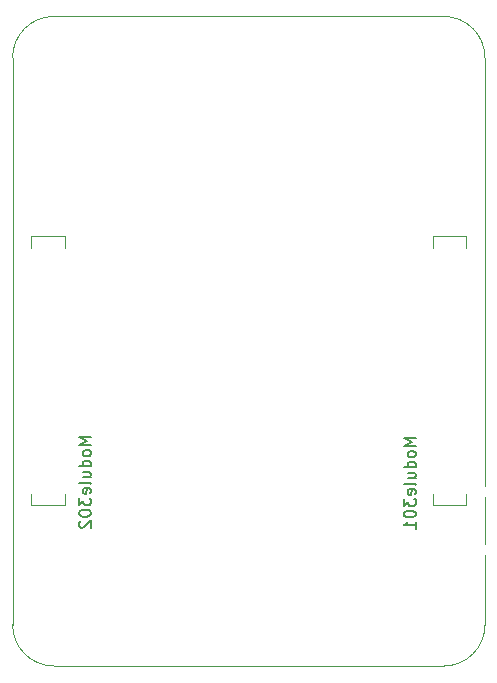
<source format=gbr>
%TF.GenerationSoftware,KiCad,Pcbnew,8.0.7*%
%TF.CreationDate,2024-12-14T14:48:29+01:00*%
%TF.ProjectId,CM5_CB,434d355f-4342-42e6-9b69-6361645f7063,rev?*%
%TF.SameCoordinates,Original*%
%TF.FileFunction,Legend,Bot*%
%TF.FilePolarity,Positive*%
%FSLAX46Y46*%
G04 Gerber Fmt 4.6, Leading zero omitted, Abs format (unit mm)*
G04 Created by KiCad (PCBNEW 8.0.7) date 2024-12-14 14:48:29*
%MOMM*%
%LPD*%
G01*
G04 APERTURE LIST*
%ADD10C,0.150000*%
%ADD11C,0.120000*%
%ADD12C,6.100000*%
%ADD13R,0.700000X0.200000*%
%ADD14C,0.800000*%
%ADD15C,0.650000*%
%ADD16O,2.100000X1.000000*%
%ADD17O,1.800000X1.000000*%
%ADD18O,1.500000X2.300000*%
%ADD19O,1.500000X3.300000*%
%ADD20C,1.400000*%
G04 APERTURE END LIST*
D10*
X97374819Y-61730476D02*
X96374819Y-61730476D01*
X96374819Y-61730476D02*
X97089104Y-62063809D01*
X97089104Y-62063809D02*
X96374819Y-62397142D01*
X96374819Y-62397142D02*
X97374819Y-62397142D01*
X97374819Y-63016190D02*
X97327200Y-62920952D01*
X97327200Y-62920952D02*
X97279580Y-62873333D01*
X97279580Y-62873333D02*
X97184342Y-62825714D01*
X97184342Y-62825714D02*
X96898628Y-62825714D01*
X96898628Y-62825714D02*
X96803390Y-62873333D01*
X96803390Y-62873333D02*
X96755771Y-62920952D01*
X96755771Y-62920952D02*
X96708152Y-63016190D01*
X96708152Y-63016190D02*
X96708152Y-63159047D01*
X96708152Y-63159047D02*
X96755771Y-63254285D01*
X96755771Y-63254285D02*
X96803390Y-63301904D01*
X96803390Y-63301904D02*
X96898628Y-63349523D01*
X96898628Y-63349523D02*
X97184342Y-63349523D01*
X97184342Y-63349523D02*
X97279580Y-63301904D01*
X97279580Y-63301904D02*
X97327200Y-63254285D01*
X97327200Y-63254285D02*
X97374819Y-63159047D01*
X97374819Y-63159047D02*
X97374819Y-63016190D01*
X97374819Y-64206666D02*
X96374819Y-64206666D01*
X97327200Y-64206666D02*
X97374819Y-64111428D01*
X97374819Y-64111428D02*
X97374819Y-63920952D01*
X97374819Y-63920952D02*
X97327200Y-63825714D01*
X97327200Y-63825714D02*
X97279580Y-63778095D01*
X97279580Y-63778095D02*
X97184342Y-63730476D01*
X97184342Y-63730476D02*
X96898628Y-63730476D01*
X96898628Y-63730476D02*
X96803390Y-63778095D01*
X96803390Y-63778095D02*
X96755771Y-63825714D01*
X96755771Y-63825714D02*
X96708152Y-63920952D01*
X96708152Y-63920952D02*
X96708152Y-64111428D01*
X96708152Y-64111428D02*
X96755771Y-64206666D01*
X96708152Y-65111428D02*
X97374819Y-65111428D01*
X96708152Y-64682857D02*
X97231961Y-64682857D01*
X97231961Y-64682857D02*
X97327200Y-64730476D01*
X97327200Y-64730476D02*
X97374819Y-64825714D01*
X97374819Y-64825714D02*
X97374819Y-64968571D01*
X97374819Y-64968571D02*
X97327200Y-65063809D01*
X97327200Y-65063809D02*
X97279580Y-65111428D01*
X97374819Y-65730476D02*
X97327200Y-65635238D01*
X97327200Y-65635238D02*
X97231961Y-65587619D01*
X97231961Y-65587619D02*
X96374819Y-65587619D01*
X97327200Y-66492381D02*
X97374819Y-66397143D01*
X97374819Y-66397143D02*
X97374819Y-66206667D01*
X97374819Y-66206667D02*
X97327200Y-66111429D01*
X97327200Y-66111429D02*
X97231961Y-66063810D01*
X97231961Y-66063810D02*
X96851009Y-66063810D01*
X96851009Y-66063810D02*
X96755771Y-66111429D01*
X96755771Y-66111429D02*
X96708152Y-66206667D01*
X96708152Y-66206667D02*
X96708152Y-66397143D01*
X96708152Y-66397143D02*
X96755771Y-66492381D01*
X96755771Y-66492381D02*
X96851009Y-66540000D01*
X96851009Y-66540000D02*
X96946247Y-66540000D01*
X96946247Y-66540000D02*
X97041485Y-66063810D01*
X96374819Y-66873334D02*
X96374819Y-67492381D01*
X96374819Y-67492381D02*
X96755771Y-67159048D01*
X96755771Y-67159048D02*
X96755771Y-67301905D01*
X96755771Y-67301905D02*
X96803390Y-67397143D01*
X96803390Y-67397143D02*
X96851009Y-67444762D01*
X96851009Y-67444762D02*
X96946247Y-67492381D01*
X96946247Y-67492381D02*
X97184342Y-67492381D01*
X97184342Y-67492381D02*
X97279580Y-67444762D01*
X97279580Y-67444762D02*
X97327200Y-67397143D01*
X97327200Y-67397143D02*
X97374819Y-67301905D01*
X97374819Y-67301905D02*
X97374819Y-67016191D01*
X97374819Y-67016191D02*
X97327200Y-66920953D01*
X97327200Y-66920953D02*
X97279580Y-66873334D01*
X96374819Y-68111429D02*
X96374819Y-68206667D01*
X96374819Y-68206667D02*
X96422438Y-68301905D01*
X96422438Y-68301905D02*
X96470057Y-68349524D01*
X96470057Y-68349524D02*
X96565295Y-68397143D01*
X96565295Y-68397143D02*
X96755771Y-68444762D01*
X96755771Y-68444762D02*
X96993866Y-68444762D01*
X96993866Y-68444762D02*
X97184342Y-68397143D01*
X97184342Y-68397143D02*
X97279580Y-68349524D01*
X97279580Y-68349524D02*
X97327200Y-68301905D01*
X97327200Y-68301905D02*
X97374819Y-68206667D01*
X97374819Y-68206667D02*
X97374819Y-68111429D01*
X97374819Y-68111429D02*
X97327200Y-68016191D01*
X97327200Y-68016191D02*
X97279580Y-67968572D01*
X97279580Y-67968572D02*
X97184342Y-67920953D01*
X97184342Y-67920953D02*
X96993866Y-67873334D01*
X96993866Y-67873334D02*
X96755771Y-67873334D01*
X96755771Y-67873334D02*
X96565295Y-67920953D01*
X96565295Y-67920953D02*
X96470057Y-67968572D01*
X96470057Y-67968572D02*
X96422438Y-68016191D01*
X96422438Y-68016191D02*
X96374819Y-68111429D01*
X96470057Y-68825715D02*
X96422438Y-68873334D01*
X96422438Y-68873334D02*
X96374819Y-68968572D01*
X96374819Y-68968572D02*
X96374819Y-69206667D01*
X96374819Y-69206667D02*
X96422438Y-69301905D01*
X96422438Y-69301905D02*
X96470057Y-69349524D01*
X96470057Y-69349524D02*
X96565295Y-69397143D01*
X96565295Y-69397143D02*
X96660533Y-69397143D01*
X96660533Y-69397143D02*
X96803390Y-69349524D01*
X96803390Y-69349524D02*
X97374819Y-68778096D01*
X97374819Y-68778096D02*
X97374819Y-69397143D01*
X124874819Y-61800476D02*
X123874819Y-61800476D01*
X123874819Y-61800476D02*
X124589104Y-62133809D01*
X124589104Y-62133809D02*
X123874819Y-62467142D01*
X123874819Y-62467142D02*
X124874819Y-62467142D01*
X124874819Y-63086190D02*
X124827200Y-62990952D01*
X124827200Y-62990952D02*
X124779580Y-62943333D01*
X124779580Y-62943333D02*
X124684342Y-62895714D01*
X124684342Y-62895714D02*
X124398628Y-62895714D01*
X124398628Y-62895714D02*
X124303390Y-62943333D01*
X124303390Y-62943333D02*
X124255771Y-62990952D01*
X124255771Y-62990952D02*
X124208152Y-63086190D01*
X124208152Y-63086190D02*
X124208152Y-63229047D01*
X124208152Y-63229047D02*
X124255771Y-63324285D01*
X124255771Y-63324285D02*
X124303390Y-63371904D01*
X124303390Y-63371904D02*
X124398628Y-63419523D01*
X124398628Y-63419523D02*
X124684342Y-63419523D01*
X124684342Y-63419523D02*
X124779580Y-63371904D01*
X124779580Y-63371904D02*
X124827200Y-63324285D01*
X124827200Y-63324285D02*
X124874819Y-63229047D01*
X124874819Y-63229047D02*
X124874819Y-63086190D01*
X124874819Y-64276666D02*
X123874819Y-64276666D01*
X124827200Y-64276666D02*
X124874819Y-64181428D01*
X124874819Y-64181428D02*
X124874819Y-63990952D01*
X124874819Y-63990952D02*
X124827200Y-63895714D01*
X124827200Y-63895714D02*
X124779580Y-63848095D01*
X124779580Y-63848095D02*
X124684342Y-63800476D01*
X124684342Y-63800476D02*
X124398628Y-63800476D01*
X124398628Y-63800476D02*
X124303390Y-63848095D01*
X124303390Y-63848095D02*
X124255771Y-63895714D01*
X124255771Y-63895714D02*
X124208152Y-63990952D01*
X124208152Y-63990952D02*
X124208152Y-64181428D01*
X124208152Y-64181428D02*
X124255771Y-64276666D01*
X124208152Y-65181428D02*
X124874819Y-65181428D01*
X124208152Y-64752857D02*
X124731961Y-64752857D01*
X124731961Y-64752857D02*
X124827200Y-64800476D01*
X124827200Y-64800476D02*
X124874819Y-64895714D01*
X124874819Y-64895714D02*
X124874819Y-65038571D01*
X124874819Y-65038571D02*
X124827200Y-65133809D01*
X124827200Y-65133809D02*
X124779580Y-65181428D01*
X124874819Y-65800476D02*
X124827200Y-65705238D01*
X124827200Y-65705238D02*
X124731961Y-65657619D01*
X124731961Y-65657619D02*
X123874819Y-65657619D01*
X124827200Y-66562381D02*
X124874819Y-66467143D01*
X124874819Y-66467143D02*
X124874819Y-66276667D01*
X124874819Y-66276667D02*
X124827200Y-66181429D01*
X124827200Y-66181429D02*
X124731961Y-66133810D01*
X124731961Y-66133810D02*
X124351009Y-66133810D01*
X124351009Y-66133810D02*
X124255771Y-66181429D01*
X124255771Y-66181429D02*
X124208152Y-66276667D01*
X124208152Y-66276667D02*
X124208152Y-66467143D01*
X124208152Y-66467143D02*
X124255771Y-66562381D01*
X124255771Y-66562381D02*
X124351009Y-66610000D01*
X124351009Y-66610000D02*
X124446247Y-66610000D01*
X124446247Y-66610000D02*
X124541485Y-66133810D01*
X123874819Y-66943334D02*
X123874819Y-67562381D01*
X123874819Y-67562381D02*
X124255771Y-67229048D01*
X124255771Y-67229048D02*
X124255771Y-67371905D01*
X124255771Y-67371905D02*
X124303390Y-67467143D01*
X124303390Y-67467143D02*
X124351009Y-67514762D01*
X124351009Y-67514762D02*
X124446247Y-67562381D01*
X124446247Y-67562381D02*
X124684342Y-67562381D01*
X124684342Y-67562381D02*
X124779580Y-67514762D01*
X124779580Y-67514762D02*
X124827200Y-67467143D01*
X124827200Y-67467143D02*
X124874819Y-67371905D01*
X124874819Y-67371905D02*
X124874819Y-67086191D01*
X124874819Y-67086191D02*
X124827200Y-66990953D01*
X124827200Y-66990953D02*
X124779580Y-66943334D01*
X123874819Y-68181429D02*
X123874819Y-68276667D01*
X123874819Y-68276667D02*
X123922438Y-68371905D01*
X123922438Y-68371905D02*
X123970057Y-68419524D01*
X123970057Y-68419524D02*
X124065295Y-68467143D01*
X124065295Y-68467143D02*
X124255771Y-68514762D01*
X124255771Y-68514762D02*
X124493866Y-68514762D01*
X124493866Y-68514762D02*
X124684342Y-68467143D01*
X124684342Y-68467143D02*
X124779580Y-68419524D01*
X124779580Y-68419524D02*
X124827200Y-68371905D01*
X124827200Y-68371905D02*
X124874819Y-68276667D01*
X124874819Y-68276667D02*
X124874819Y-68181429D01*
X124874819Y-68181429D02*
X124827200Y-68086191D01*
X124827200Y-68086191D02*
X124779580Y-68038572D01*
X124779580Y-68038572D02*
X124684342Y-67990953D01*
X124684342Y-67990953D02*
X124493866Y-67943334D01*
X124493866Y-67943334D02*
X124255771Y-67943334D01*
X124255771Y-67943334D02*
X124065295Y-67990953D01*
X124065295Y-67990953D02*
X123970057Y-68038572D01*
X123970057Y-68038572D02*
X123922438Y-68086191D01*
X123922438Y-68086191D02*
X123874819Y-68181429D01*
X124874819Y-69467143D02*
X124874819Y-68895715D01*
X124874819Y-69181429D02*
X123874819Y-69181429D01*
X123874819Y-69181429D02*
X124017676Y-69086191D01*
X124017676Y-69086191D02*
X124112914Y-68990953D01*
X124112914Y-68990953D02*
X124160533Y-68895715D01*
D11*
%TO.C,Module302*%
X130750000Y-77600000D02*
X130750000Y-29600000D01*
X94250000Y-81100000D02*
X127250000Y-81100000D01*
X95190000Y-45700000D02*
X95190000Y-44700000D01*
X92310000Y-44700000D02*
X95190000Y-44700000D01*
X95190000Y-66500000D02*
X95190000Y-67500000D01*
X92310000Y-67500000D02*
X95190000Y-67500000D01*
X127250000Y-26100000D02*
X94250000Y-26100000D01*
X92310000Y-45700000D02*
X92310000Y-44700000D01*
X92310000Y-66500000D02*
X92310000Y-67500000D01*
X90750000Y-29600000D02*
X90750000Y-77600000D01*
X127250000Y-26100000D02*
G75*
G02*
X130750000Y-29600000I1J-3499999D01*
G01*
X130750000Y-77600000D02*
G75*
G02*
X127250000Y-81100000I-3499999J-1D01*
G01*
X90750000Y-29600000D02*
G75*
G02*
X94250000Y-26100000I3500000J0D01*
G01*
X94250000Y-81100000D02*
G75*
G02*
X90750000Y-77600000I0J3500000D01*
G01*
%TO.C,Module301*%
X94250000Y-81100000D02*
G75*
G02*
X90750000Y-77600000I0J3500000D01*
G01*
X90750000Y-29600000D02*
G75*
G02*
X94250000Y-26100000I3500000J0D01*
G01*
X130750000Y-77600000D02*
G75*
G02*
X127250000Y-81100000I-3499999J-1D01*
G01*
X127250000Y-26100000D02*
G75*
G02*
X130750000Y-29600000I1J-3499999D01*
G01*
X90750000Y-29600000D02*
X90750000Y-77600000D01*
X127250000Y-26100000D02*
X94250000Y-26100000D01*
X126310000Y-66500000D02*
X126310000Y-67500000D01*
X126310000Y-45700000D02*
X126310000Y-44700000D01*
X94250000Y-81100000D02*
X127250000Y-81100000D01*
X126310000Y-67500000D02*
X129110000Y-67500000D01*
X129110000Y-66500000D02*
X129110000Y-67500000D01*
X126310000Y-44700000D02*
X129110000Y-44700000D01*
X129110000Y-45700000D02*
X129110000Y-44700000D01*
X130750000Y-77600000D02*
X130750000Y-29600000D01*
%TD*%
%LPC*%
D12*
%TO.C,Module302*%
X127250000Y-29600000D03*
X127250000Y-77600000D03*
D13*
X95290000Y-46300000D03*
X92210000Y-46300000D03*
X95290000Y-46700000D03*
X92210000Y-46700000D03*
X95290000Y-47100000D03*
X92210000Y-47100000D03*
X95290000Y-47500000D03*
X92210000Y-47500000D03*
X95290000Y-47900000D03*
X92210000Y-47900000D03*
X95290000Y-48300000D03*
X92210000Y-48300000D03*
X95290000Y-48700000D03*
X92210000Y-48700000D03*
X95290000Y-49100000D03*
X92210000Y-49100000D03*
X95290000Y-49500000D03*
X92210000Y-49500000D03*
X95290000Y-49900000D03*
X92210000Y-49900000D03*
X95290000Y-50300000D03*
X92210000Y-50300000D03*
X95290000Y-50700000D03*
X92210000Y-50700000D03*
X95290000Y-51100000D03*
X92210000Y-51100000D03*
X95290000Y-51500000D03*
X92210000Y-51500000D03*
X95290000Y-51900000D03*
X92210000Y-51900000D03*
X95290000Y-52300000D03*
X92210000Y-52300000D03*
X95290000Y-52700000D03*
X92210000Y-52700000D03*
X95290000Y-53100000D03*
X92210000Y-53100000D03*
X95290000Y-53500000D03*
X92210000Y-53500000D03*
X95290000Y-53900000D03*
X92210000Y-53900000D03*
X95290000Y-54300000D03*
X92210000Y-54300000D03*
X95290000Y-54700000D03*
X92210000Y-54700000D03*
X95290000Y-55100000D03*
X92210000Y-55100000D03*
X95290000Y-55500000D03*
X92210000Y-55500000D03*
X95290000Y-55900000D03*
X92210000Y-55900000D03*
X95290000Y-56300000D03*
X92210000Y-56300000D03*
X95290000Y-56700000D03*
X92210000Y-56700000D03*
X95290000Y-57100000D03*
X92210000Y-57100000D03*
X95290000Y-57500000D03*
X92210000Y-57500000D03*
X95290000Y-57900000D03*
X92210000Y-57900000D03*
X95290000Y-58300000D03*
X92210000Y-58300000D03*
X95290000Y-58700000D03*
X92210000Y-58700000D03*
X95290000Y-59100000D03*
X92210000Y-59100000D03*
X95290000Y-59500000D03*
X92210000Y-59500000D03*
X95290000Y-59900000D03*
X92210000Y-59900000D03*
X95290000Y-60300000D03*
X92210000Y-60300000D03*
X95290000Y-60700000D03*
X92210000Y-60700000D03*
X95290000Y-61100000D03*
X92210000Y-61100000D03*
X95290000Y-61500000D03*
X92210000Y-61500000D03*
X95290000Y-61900000D03*
X92210000Y-61900000D03*
X95290000Y-62300000D03*
X92210000Y-62300000D03*
X95290000Y-62700000D03*
X92210000Y-62700000D03*
X95290000Y-63100000D03*
X92210000Y-63100000D03*
X95290000Y-63500000D03*
X92210000Y-63500000D03*
X95290000Y-63900000D03*
X92210000Y-63900000D03*
X95290000Y-64300000D03*
X92210000Y-64300000D03*
X95290000Y-64700000D03*
X92210000Y-64700000D03*
X95290000Y-65100000D03*
X92210000Y-65100000D03*
X95290000Y-65500000D03*
X92210000Y-65500000D03*
X95290000Y-65900000D03*
X92210000Y-65900000D03*
%TD*%
%TO.C,Module301*%
X126210000Y-65900000D03*
X129290000Y-65900000D03*
X126210000Y-65500000D03*
X129290000Y-65500000D03*
X126210000Y-65100000D03*
X129290000Y-65100000D03*
X126210000Y-64700000D03*
X129290000Y-64700000D03*
X126210000Y-64300000D03*
X129290000Y-64300000D03*
X126210000Y-63900000D03*
X129290000Y-63900000D03*
X126210000Y-63500000D03*
X129290000Y-63500000D03*
X126210000Y-63100000D03*
X129290000Y-63100000D03*
X126210000Y-62700000D03*
X129290000Y-62700000D03*
X126210000Y-62300000D03*
X129290000Y-62300000D03*
X126210000Y-61900000D03*
X129290000Y-61900000D03*
X126210000Y-61500000D03*
X129290000Y-61500000D03*
X126210000Y-61100000D03*
X129290000Y-61100000D03*
X126210000Y-60700000D03*
X129290000Y-60700000D03*
X126210000Y-60300000D03*
X129290000Y-60300000D03*
X126210000Y-59900000D03*
X129290000Y-59900000D03*
X126210000Y-59500000D03*
X129290000Y-59500000D03*
X126210000Y-59100000D03*
X129290000Y-59100000D03*
X126210000Y-58700000D03*
X129290000Y-58700000D03*
X126210000Y-58300000D03*
X129290000Y-58300000D03*
X126210000Y-57900000D03*
X129290000Y-57900000D03*
X126210000Y-57500000D03*
X129290000Y-57500000D03*
X126210000Y-57100000D03*
X129290000Y-57100000D03*
X126210000Y-56700000D03*
X129290000Y-56700000D03*
X126210000Y-56300000D03*
X129290000Y-56300000D03*
X126210000Y-55900000D03*
X129290000Y-55900000D03*
X126210000Y-55500000D03*
X129290000Y-55500000D03*
X126210000Y-55100000D03*
X129290000Y-55100000D03*
X126210000Y-54700000D03*
X129290000Y-54700000D03*
X126210000Y-54300000D03*
X129290000Y-54300000D03*
X126210000Y-53900000D03*
X129290000Y-53900000D03*
X126210000Y-53500000D03*
X129290000Y-53500000D03*
X126210000Y-53100000D03*
X129290000Y-53100000D03*
X126210000Y-52700000D03*
X129290000Y-52700000D03*
X126210000Y-52300000D03*
X129290000Y-52300000D03*
X126210000Y-51900000D03*
X129290000Y-51900000D03*
X126210000Y-51500000D03*
X129290000Y-51500000D03*
X126210000Y-51100000D03*
X129290000Y-51100000D03*
X126210000Y-50700000D03*
X129290000Y-50700000D03*
X126210000Y-50300000D03*
X129290000Y-50300000D03*
X126210000Y-49900000D03*
X129290000Y-49900000D03*
X126210000Y-49500000D03*
X129290000Y-49500000D03*
X126210000Y-49100000D03*
X129290000Y-49100000D03*
X126210000Y-48700000D03*
X129290000Y-48700000D03*
X126210000Y-48300000D03*
X129290000Y-48300000D03*
X126210000Y-47900000D03*
X129290000Y-47900000D03*
X126210000Y-47500000D03*
X129290000Y-47500000D03*
X126210000Y-47100000D03*
X129290000Y-47100000D03*
X126210000Y-46700000D03*
X129290000Y-46700000D03*
X126210000Y-46300000D03*
X129290000Y-46300000D03*
D12*
X127250000Y-77600000D03*
X127250000Y-29600000D03*
%TD*%
D14*
%TO.C,SW602*%
X130850000Y-66350000D03*
%TD*%
D15*
%TO.C,J101*%
X84655000Y-50210000D03*
X84655000Y-55990000D03*
D16*
X85155000Y-48780000D03*
D17*
X80975000Y-48780000D03*
D16*
X85155000Y-57420000D03*
D17*
X80975000Y-57420000D03*
%TD*%
D18*
%TO.C,J501*%
X106350000Y-77560000D03*
X91850000Y-77560000D03*
D19*
X91850000Y-71600000D03*
X106350000Y-71600000D03*
%TD*%
D14*
%TO.C,SW601*%
X130850000Y-71300000D03*
%TD*%
D20*
%TO.C,T401*%
X94005000Y-32620000D03*
X94005000Y-39620000D03*
%TD*%
%LPD*%
M02*

</source>
